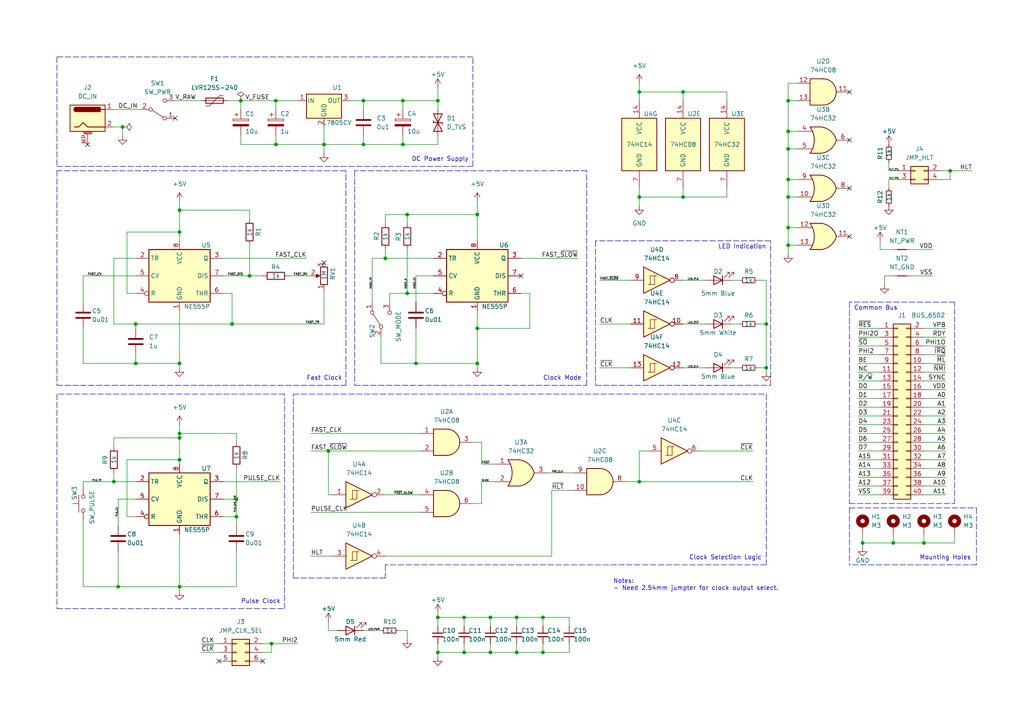
<source format=kicad_sch>
(kicad_sch (version 20211123) (generator eeschema)
  (paper "A4")
  (title_block (title "Retro Stack - Clock & Power") (date "2023-04-01") (rev "0") (company "Microcode.io"))
  (junction (at 72.39 80.01))
  (junction (at 116.84 29.21))
  (junction (at 105.41 41.91))
  (junction (at 52.07 127))
  (junction (at 228.6 57.15))
  (junction (at 35.56 36.83))
  (junction (at 134.62 179.07))
  (junction (at 111.76 74.93))
  (junction (at 80.01 41.91))
  (junction (at 52.07 67.31))
  (junction (at 39.37 105.41))
  (junction (at 142.24 189.23))
  (junction (at 120.65 105.41))
  (junction (at 185.42 139.7))
  (junction (at 228.6 29.21))
  (junction (at 95.25 130.81))
  (junction (at 138.43 95.25))
  (junction (at 222.25 106.68))
  (junction (at 52.07 133.35))
  (junction (at 149.86 179.07))
  (junction (at 127 29.21))
  (junction (at 80.01 29.21))
  (junction (at 34.29 170.18))
  (junction (at 52.07 105.41))
  (junction (at 228.6 43.18))
  (junction (at 127 189.23))
  (junction (at 142.24 179.07))
  (junction (at 134.62 189.23))
  (junction (at 228.6 52.07))
  (junction (at 118.11 62.23))
  (junction (at 157.48 189.23))
  (junction (at 116.84 41.91))
  (junction (at 52.07 125.73))
  (junction (at 39.37 93.98))
  (junction (at 138.43 62.23))
  (junction (at 67.31 93.98))
  (junction (at 185.42 57.15))
  (junction (at 138.43 105.41))
  (junction (at 68.58 149.86))
  (junction (at 68.58 144.78))
  (junction (at 105.41 29.21))
  (junction (at 222.25 93.98))
  (junction (at 259.08 157.48))
  (junction (at 228.6 38.1))
  (junction (at 118.11 85.09))
  (junction (at 52.07 60.96))
  (junction (at 228.6 66.04))
  (junction (at 275.59 49.53))
  (junction (at 198.12 26.67))
  (junction (at 149.86 189.23))
  (junction (at 127 179.07))
  (junction (at 198.12 57.15))
  (junction (at 157.48 179.07))
  (junction (at 52.07 170.18))
  (junction (at 33.02 139.7))
  (junction (at 78.74 186.69))
  (junction (at 93.98 41.91))
  (junction (at 185.42 26.67))
  (junction (at 267.97 157.48))
  (junction (at 228.6 71.12))
  (junction (at 69.85 29.21))
  (junction (at 250.19 157.48))
  (no_connect (at 93.98 76.2))
  (no_connect (at 63.5 191.77))
  (no_connect (at 246.38 40.64))
  (no_connect (at 246.38 54.61))
  (no_connect (at 25.4 41.91))
  (no_connect (at 151.13 80.01))
  (no_connect (at 246.38 68.58))
  (no_connect (at 76.2 191.77))
  (no_connect (at 246.38 26.67))
  (no_connect (at 50.8 34.29))
  (wire (pts (xy 36.83 85.09) (xy 36.83 67.31)))
  (wire (pts (xy 185.42 54.61) (xy 185.42 57.15)))
  (polyline (pts (xy 16.51 114.3) (xy 16.51 176.53)))
  (wire (pts (xy 127 186.69) (xy 127 189.23)))
  (wire (pts (xy 134.62 186.69) (xy 134.62 189.23)))
  (wire (pts (xy 78.74 189.23) (xy 78.74 186.69)))
  (wire (pts (xy 110.49 97.79) (xy 110.49 105.41)))
  (wire (pts (xy 93.98 44.45) (xy 93.98 41.91)))
  (wire (pts (xy 69.85 41.91) (xy 80.01 41.91)))
  (polyline (pts (xy 137.16 48.26) (xy 137.16 16.51)))
  (wire (pts (xy 95.25 130.81) (xy 121.92 130.81)))
  (wire (pts (xy 255.27 69.85) (xy 255.27 72.39)))
  (wire (pts (xy 151.13 85.09) (xy 153.67 85.09)))
  (wire (pts (xy 228.6 57.15) (xy 231.14 57.15)))
  (wire (pts (xy 165.1 189.23) (xy 157.48 189.23)))
  (wire (pts (xy 69.85 29.21) (xy 80.01 29.21)))
  (polyline (pts (xy 16.51 49.53) (xy 16.51 111.76)))
  (wire (pts (xy 157.48 179.07) (xy 157.48 181.61)))
  (wire (pts (xy 39.37 80.01) (xy 24.13 80.01)))
  (wire (pts (xy 64.77 80.01) (xy 72.39 80.01)))
  (wire (pts (xy 138.43 105.41) (xy 138.43 95.25)))
  (wire (pts (xy 39.37 144.78) (xy 34.29 144.78)))
  (wire (pts (xy 267.97 143.51) (xy 274.32 143.51)))
  (wire (pts (xy 198.12 26.67) (xy 185.42 26.67)))
  (wire (pts (xy 219.71 81.28) (xy 222.25 81.28)))
  (wire (pts (xy 228.6 43.18) (xy 228.6 52.07)))
  (polyline (pts (xy 172.72 69.85) (xy 172.72 111.76)))
  (wire (pts (xy 157.48 189.23) (xy 149.86 189.23)))
  (wire (pts (xy 228.6 66.04) (xy 231.14 66.04)))
  (polyline (pts (xy 222.25 163.83) (xy 111.76 163.83)))
  (wire (pts (xy 35.56 36.83) (xy 35.56 39.37)))
  (wire (pts (xy 105.41 41.91) (xy 105.41 39.37)))
  (wire (pts (xy 52.07 60.96) (xy 52.07 67.31)))
  (polyline (pts (xy 82.55 176.53) (xy 82.55 114.3)))
  (wire (pts (xy 111.76 161.29) (xy 160.02 161.29)))
  (wire (pts (xy 64.77 85.09) (xy 67.31 85.09)))
  (wire (pts (xy 267.97 140.97) (xy 274.32 140.97)))
  (wire (pts (xy 142.24 179.07) (xy 149.86 179.07)))
  (wire (pts (xy 160.02 161.29) (xy 160.02 142.24)))
  (wire (pts (xy 68.58 160.02) (xy 68.58 170.18)))
  (wire (pts (xy 222.25 81.28) (xy 222.25 93.98)))
  (polyline (pts (xy 170.18 49.53) (xy 102.87 49.53)))
  (wire (pts (xy 67.31 93.98) (xy 39.37 93.98)))
  (wire (pts (xy 80.01 29.21) (xy 80.01 31.75)))
  (polyline (pts (xy 170.18 111.76) (xy 170.18 49.53)))
  (wire (pts (xy 198.12 57.15) (xy 185.42 57.15)))
  (wire (pts (xy 228.6 71.12) (xy 231.14 71.12)))
  (wire (pts (xy 248.92 140.97) (xy 255.27 140.97)))
  (wire (pts (xy 248.92 128.27) (xy 255.27 128.27)))
  (wire (pts (xy 107.95 74.93) (xy 111.76 74.93)))
  (wire (pts (xy 39.37 93.98) (xy 39.37 95.25)))
  (wire (pts (xy 72.39 80.01) (xy 76.2 80.01)))
  (wire (pts (xy 33.02 127) (xy 52.07 127)))
  (wire (pts (xy 248.92 105.41) (xy 255.27 105.41)))
  (wire (pts (xy 39.37 102.87) (xy 39.37 105.41)))
  (wire (pts (xy 68.58 135.89) (xy 68.58 144.78)))
  (wire (pts (xy 248.92 115.57) (xy 255.27 115.57)))
  (wire (pts (xy 127 179.07) (xy 127 181.61)))
  (wire (pts (xy 125.73 74.93) (xy 111.76 74.93)))
  (wire (pts (xy 267.97 100.33) (xy 274.32 100.33)))
  (wire (pts (xy 267.97 128.27) (xy 274.32 128.27)))
  (wire (pts (xy 185.42 24.13) (xy 185.42 26.67)))
  (polyline (pts (xy 137.16 16.51) (xy 16.51 16.51)))
  (wire (pts (xy 267.97 157.48) (xy 259.08 157.48)))
  (wire (pts (xy 173.99 81.28) (xy 182.88 81.28)))
  (wire (pts (xy 52.07 58.42) (xy 52.07 60.96)))
  (wire (pts (xy 264.16 80.01) (xy 270.51 80.01)))
  (wire (pts (xy 90.17 161.29) (xy 96.52 161.29)))
  (wire (pts (xy 95.25 180.34) (xy 95.25 182.88)))
  (polyline (pts (xy 102.87 49.53) (xy 102.87 111.76)))
  (wire (pts (xy 24.13 139.7) (xy 33.02 139.7)))
  (wire (pts (xy 138.43 58.42) (xy 138.43 62.23)))
  (wire (pts (xy 142.24 186.69) (xy 142.24 189.23)))
  (polyline (pts (xy 102.87 111.76) (xy 170.18 111.76)))
  (wire (pts (xy 36.83 149.86) (xy 36.83 133.35)))
  (wire (pts (xy 267.97 120.65) (xy 274.32 120.65)))
  (wire (pts (xy 90.17 148.59) (xy 121.92 148.59)))
  (wire (pts (xy 273.05 52.07) (xy 275.59 52.07)))
  (wire (pts (xy 228.6 52.07) (xy 228.6 57.15)))
  (wire (pts (xy 267.97 138.43) (xy 274.32 138.43)))
  (wire (pts (xy 76.2 186.69) (xy 78.74 186.69)))
  (wire (pts (xy 137.16 146.05) (xy 139.7 146.05)))
  (polyline (pts (xy 246.38 147.32) (xy 283.21 147.32)))
  (wire (pts (xy 24.13 80.01) (xy 24.13 87.63)))
  (wire (pts (xy 39.37 93.98) (xy 33.02 93.98)))
  (wire (pts (xy 52.07 171.45) (xy 52.07 170.18)))
  (wire (pts (xy 118.11 64.77) (xy 118.11 62.23)))
  (wire (pts (xy 165.1 181.61) (xy 165.1 179.07)))
  (wire (pts (xy 267.97 102.87) (xy 274.32 102.87)))
  (wire (pts (xy 228.6 43.18) (xy 231.14 43.18)))
  (wire (pts (xy 228.6 38.1) (xy 231.14 38.1)))
  (wire (pts (xy 33.02 129.54) (xy 33.02 127)))
  (wire (pts (xy 116.84 29.21) (xy 116.84 31.75)))
  (polyline (pts (xy 283.21 163.83) (xy 246.38 163.83)))
  (wire (pts (xy 76.2 189.23) (xy 78.74 189.23)))
  (polyline (pts (xy 223.52 111.76) (xy 223.52 69.85)))
  (wire (pts (xy 173.99 93.98) (xy 182.88 93.98)))
  (wire (pts (xy 198.12 93.98) (xy 204.47 93.98)))
  (wire (pts (xy 33.02 137.16) (xy 33.02 139.7)))
  (wire (pts (xy 72.39 71.12) (xy 72.39 80.01)))
  (wire (pts (xy 101.6 29.21) (xy 105.41 29.21)))
  (wire (pts (xy 157.48 179.07) (xy 165.1 179.07)))
  (wire (pts (xy 158.75 137.16) (xy 166.37 137.16)))
  (wire (pts (xy 248.92 138.43) (xy 255.27 138.43)))
  (wire (pts (xy 68.58 170.18) (xy 52.07 170.18)))
  (wire (pts (xy 160.02 142.24) (xy 166.37 142.24)))
  (wire (pts (xy 185.42 26.67) (xy 185.42 29.21)))
  (polyline (pts (xy 246.38 146.05) (xy 276.86 146.05)))
  (wire (pts (xy 267.97 107.95) (xy 274.32 107.95)))
  (wire (pts (xy 173.99 106.68) (xy 182.88 106.68)))
  (wire (pts (xy 228.6 29.21) (xy 228.6 38.1)))
  (wire (pts (xy 24.13 95.25) (xy 24.13 105.41)))
  (wire (pts (xy 95.25 182.88) (xy 97.79 182.88)))
  (wire (pts (xy 118.11 72.39) (xy 118.11 85.09)))
  (wire (pts (xy 248.92 100.33) (xy 255.27 100.33)))
  (wire (pts (xy 105.41 29.21) (xy 105.41 31.75)))
  (wire (pts (xy 142.24 189.23) (xy 134.62 189.23)))
  (wire (pts (xy 267.97 130.81) (xy 274.32 130.81)))
  (polyline (pts (xy 223.52 69.85) (xy 172.72 69.85)))
  (wire (pts (xy 142.24 179.07) (xy 134.62 179.07)))
  (wire (pts (xy 185.42 57.15) (xy 185.42 59.69)))
  (wire (pts (xy 72.39 63.5) (xy 72.39 60.96)))
  (wire (pts (xy 33.02 36.83) (xy 35.56 36.83)))
  (wire (pts (xy 153.67 95.25) (xy 138.43 95.25)))
  (wire (pts (xy 248.92 107.95) (xy 255.27 107.95)))
  (wire (pts (xy 259.08 154.94) (xy 259.08 157.48)))
  (wire (pts (xy 203.2 130.81) (xy 218.44 130.81)))
  (wire (pts (xy 127 189.23) (xy 127 190.5)))
  (wire (pts (xy 210.82 57.15) (xy 198.12 57.15)))
  (wire (pts (xy 93.98 93.98) (xy 67.31 93.98)))
  (wire (pts (xy 93.98 36.83) (xy 93.98 41.91)))
  (wire (pts (xy 120.65 80.01) (xy 120.65 87.63)))
  (wire (pts (xy 248.92 102.87) (xy 255.27 102.87)))
  (wire (pts (xy 212.09 106.68) (xy 214.63 106.68)))
  (wire (pts (xy 222.25 106.68) (xy 222.25 107.95)))
  (wire (pts (xy 267.97 110.49) (xy 274.32 110.49)))
  (wire (pts (xy 90.17 125.73) (xy 121.92 125.73)))
  (wire (pts (xy 222.25 93.98) (xy 222.25 106.68)))
  (wire (pts (xy 39.37 85.09) (xy 36.83 85.09)))
  (wire (pts (xy 52.07 125.73) (xy 52.07 127)))
  (wire (pts (xy 267.97 154.94) (xy 267.97 157.48)))
  (wire (pts (xy 139.7 146.05) (xy 139.7 139.7)))
  (wire (pts (xy 111.76 62.23) (xy 118.11 62.23)))
  (wire (pts (xy 228.6 24.13) (xy 228.6 29.21)))
  (wire (pts (xy 95.25 143.51) (xy 95.25 130.81)))
  (wire (pts (xy 219.71 93.98) (xy 222.25 93.98)))
  (wire (pts (xy 67.31 85.09) (xy 67.31 93.98)))
  (wire (pts (xy 68.58 149.86) (xy 68.58 152.4)))
  (wire (pts (xy 139.7 134.62) (xy 139.7 128.27)))
  (wire (pts (xy 33.02 31.75) (xy 40.64 31.75)))
  (polyline (pts (xy 246.38 87.63) (xy 246.38 146.05)))
  (wire (pts (xy 116.84 39.37) (xy 116.84 41.91)))
  (wire (pts (xy 250.19 158.75) (xy 250.19 157.48)))
  (polyline (pts (xy 100.33 111.76) (xy 100.33 49.53)))
  (wire (pts (xy 267.97 133.35) (xy 274.32 133.35)))
  (wire (pts (xy 219.71 106.68) (xy 222.25 106.68)))
  (wire (pts (xy 24.13 170.18) (xy 34.29 170.18)))
  (polyline (pts (xy 172.72 111.76) (xy 223.52 111.76)))
  (wire (pts (xy 228.6 71.12) (xy 228.6 73.66)))
  (wire (pts (xy 275.59 52.07) (xy 275.59 49.53)))
  (wire (pts (xy 110.49 182.88) (xy 105.41 182.88)))
  (wire (pts (xy 267.97 105.41) (xy 274.32 105.41)))
  (wire (pts (xy 151.13 74.93) (xy 167.64 74.93)))
  (wire (pts (xy 248.92 143.51) (xy 255.27 143.51)))
  (polyline (pts (xy 82.55 114.3) (xy 16.51 114.3)))
  (polyline (pts (xy 16.51 111.76) (xy 100.33 111.76)))
  (polyline (pts (xy 222.25 114.3) (xy 222.25 163.83)))
  (wire (pts (xy 134.62 179.07) (xy 127 179.07)))
  (wire (pts (xy 120.65 105.41) (xy 138.43 105.41)))
  (wire (pts (xy 198.12 81.28) (xy 204.47 81.28)))
  (wire (pts (xy 143.51 134.62) (xy 139.7 134.62)))
  (wire (pts (xy 64.77 144.78) (xy 68.58 144.78)))
  (wire (pts (xy 115.57 182.88) (xy 118.11 182.88)))
  (polyline (pts (xy 100.33 49.53) (xy 16.51 49.53)))
  (wire (pts (xy 260.35 49.53) (xy 257.81 49.53)))
  (wire (pts (xy 210.82 26.67) (xy 198.12 26.67)))
  (wire (pts (xy 64.77 74.93) (xy 88.9 74.93)))
  (wire (pts (xy 259.08 72.39) (xy 255.27 72.39)))
  (wire (pts (xy 228.6 29.21) (xy 231.14 29.21)))
  (wire (pts (xy 267.97 123.19) (xy 274.32 123.19)))
  (wire (pts (xy 142.24 179.07) (xy 142.24 181.61)))
  (wire (pts (xy 228.6 57.15) (xy 228.6 66.04)))
  (wire (pts (xy 118.11 62.23) (xy 138.43 62.23)))
  (wire (pts (xy 248.92 97.79) (xy 255.27 97.79)))
  (wire (pts (xy 149.86 189.23) (xy 142.24 189.23)))
  (wire (pts (xy 257.81 52.07) (xy 257.81 54.61)))
  (wire (pts (xy 185.42 139.7) (xy 218.44 139.7)))
  (wire (pts (xy 212.09 81.28) (xy 214.63 81.28)))
  (wire (pts (xy 187.96 130.81) (xy 185.42 130.81)))
  (wire (pts (xy 198.12 106.68) (xy 204.47 106.68)))
  (wire (pts (xy 138.43 106.68) (xy 138.43 105.41)))
  (wire (pts (xy 138.43 62.23) (xy 138.43 69.85)))
  (wire (pts (xy 68.58 125.73) (xy 52.07 125.73)))
  (wire (pts (xy 127 31.75) (xy 127 29.21)))
  (wire (pts (xy 80.01 29.21) (xy 86.36 29.21)))
  (wire (pts (xy 34.29 170.18) (xy 52.07 170.18)))
  (polyline (pts (xy 283.21 147.32) (xy 283.21 163.83)))
  (wire (pts (xy 248.92 123.19) (xy 255.27 123.19)))
  (wire (pts (xy 267.97 125.73) (xy 274.32 125.73)))
  (wire (pts (xy 267.97 97.79) (xy 274.32 97.79)))
  (wire (pts (xy 68.58 128.27) (xy 68.58 125.73)))
  (wire (pts (xy 248.92 118.11) (xy 255.27 118.11)))
  (wire (pts (xy 24.13 151.13) (xy 24.13 170.18)))
  (wire (pts (xy 228.6 52.07) (xy 231.14 52.07)))
  (wire (pts (xy 127 177.8) (xy 127 179.07)))
  (polyline (pts (xy 85.09 114.3) (xy 222.25 114.3)))
  (polyline (pts (xy 16.51 176.53) (xy 82.55 176.53)))
  (wire (pts (xy 157.48 186.69) (xy 157.48 189.23)))
  (wire (pts (xy 83.82 80.01) (xy 90.17 80.01)))
  (wire (pts (xy 52.07 170.18) (xy 52.07 154.94)))
  (wire (pts (xy 273.05 49.53) (xy 275.59 49.53)))
  (wire (pts (xy 64.77 149.86) (xy 68.58 149.86)))
  (polyline (pts (xy 85.09 167.64) (xy 85.09 114.3)))
  (wire (pts (xy 64.77 139.7) (xy 81.28 139.7)))
  (wire (pts (xy 111.76 74.93) (xy 111.76 72.39)))
  (wire (pts (xy 111.76 143.51) (xy 121.92 143.51)))
  (polyline (pts (xy 111.76 163.83) (xy 111.76 167.64)))
  (wire (pts (xy 139.7 128.27) (xy 137.16 128.27)))
  (wire (pts (xy 134.62 189.23) (xy 127 189.23)))
  (wire (pts (xy 58.42 186.69) (xy 63.5 186.69)))
  (wire (pts (xy 198.12 26.67) (xy 198.12 29.21)))
  (wire (pts (xy 127 41.91) (xy 116.84 41.91)))
  (wire (pts (xy 105.41 29.21) (xy 116.84 29.21)))
  (wire (pts (xy 39.37 105.41) (xy 52.07 105.41)))
  (polyline (pts (xy 276.86 146.05) (xy 276.86 87.63)))
  (wire (pts (xy 228.6 66.04) (xy 228.6 71.12)))
  (wire (pts (xy 276.86 154.94) (xy 276.86 157.48)))
  (wire (pts (xy 149.86 186.69) (xy 149.86 189.23)))
  (wire (pts (xy 110.49 105.41) (xy 120.65 105.41)))
  (wire (pts (xy 267.97 135.89) (xy 274.32 135.89)))
  (wire (pts (xy 185.42 130.81) (xy 185.42 139.7)))
  (wire (pts (xy 139.7 139.7) (xy 143.51 139.7)))
  (wire (pts (xy 36.83 67.31) (xy 52.07 67.31)))
  (wire (pts (xy 34.29 144.78) (xy 34.29 152.4)))
  (wire (pts (xy 52.07 105.41) (xy 52.07 90.17)))
  (wire (pts (xy 80.01 41.91) (xy 93.98 41.91)))
  (wire (pts (xy 250.19 157.48) (xy 250.19 154.94)))
  (wire (pts (xy 118.11 85.09) (xy 113.03 85.09)))
  (wire (pts (xy 107.95 87.63) (xy 107.95 74.93)))
  (wire (pts (xy 248.92 120.65) (xy 255.27 120.65)))
  (wire (pts (xy 210.82 54.61) (xy 210.82 57.15)))
  (wire (pts (xy 125.73 80.01) (xy 120.65 80.01)))
  (polyline (pts (xy 16.51 16.51) (xy 16.51 48.26)))
  (wire (pts (xy 52.07 67.31) (xy 52.07 69.85)))
  (wire (pts (xy 134.62 179.07) (xy 134.62 181.61)))
  (wire (pts (xy 259.08 157.48) (xy 250.19 157.48)))
  (wire (pts (xy 248.92 135.89) (xy 255.27 135.89)))
  (wire (pts (xy 231.14 24.13) (xy 228.6 24.13)))
  (wire (pts (xy 181.61 139.7) (xy 185.42 139.7)))
  (wire (pts (xy 127 39.37) (xy 127 41.91)))
  (wire (pts (xy 116.84 29.21) (xy 127 29.21)))
  (wire (pts (xy 118.11 182.88) (xy 118.11 185.42)))
  (wire (pts (xy 69.85 29.21) (xy 69.85 31.75)))
  (wire (pts (xy 24.13 105.41) (xy 39.37 105.41)))
  (polyline (pts (xy 276.86 87.63) (xy 246.38 87.63)))
  (wire (pts (xy 58.42 189.23) (xy 63.5 189.23)))
  (wire (pts (xy 93.98 83.82) (xy 93.98 93.98)))
  (wire (pts (xy 267.97 118.11) (xy 274.32 118.11)))
  (wire (pts (xy 69.85 39.37) (xy 69.85 41.91)))
  (wire (pts (xy 80.01 39.37) (xy 80.01 41.91)))
  (wire (pts (xy 248.92 125.73) (xy 255.27 125.73)))
  (wire (pts (xy 267.97 115.57) (xy 274.32 115.57)))
  (wire (pts (xy 198.12 54.61) (xy 198.12 57.15)))
  (wire (pts (xy 264.16 72.39) (xy 270.51 72.39)))
  (wire (pts (xy 257.81 49.53) (xy 257.81 46.99)))
  (wire (pts (xy 52.07 127) (xy 52.07 133.35)))
  (wire (pts (xy 248.92 130.81) (xy 255.27 130.81)))
  (wire (pts (xy 33.02 93.98) (xy 33.02 74.93)))
  (wire (pts (xy 165.1 186.69) (xy 165.1 189.23)))
  (wire (pts (xy 34.29 160.02) (xy 34.29 170.18)))
  (wire (pts (xy 228.6 38.1) (xy 228.6 43.18)))
  (wire (pts (xy 210.82 29.21) (xy 210.82 26.67)))
  (wire (pts (xy 267.97 95.25) (xy 274.32 95.25)))
  (wire (pts (xy 68.58 144.78) (xy 68.58 149.86)))
  (wire (pts (xy 52.07 133.35) (xy 52.07 134.62)))
  (wire (pts (xy 72.39 60.96) (xy 52.07 60.96)))
  (wire (pts (xy 50.8 29.21) (xy 58.42 29.21)))
  (wire (pts (xy 248.92 95.25) (xy 255.27 95.25)))
  (wire (pts (xy 153.67 85.09) (xy 153.67 95.25)))
  (wire (pts (xy 259.08 80.01) (xy 256.54 80.01)))
  (wire (pts (xy 93.98 41.91) (xy 105.41 41.91)))
  (wire (pts (xy 149.86 181.61) (xy 149.86 179.07)))
  (wire (pts (xy 90.17 130.81) (xy 95.25 130.81)))
  (wire (pts (xy 275.59 49.53) (xy 281.94 49.53)))
  (wire (pts (xy 248.92 133.35) (xy 255.27 133.35)))
  (wire (pts (xy 127 25.4) (xy 127 29.21)))
  (polyline (pts (xy 111.76 167.64) (xy 85.09 167.64)))
  (wire (pts (xy 260.35 52.07) (xy 257.81 52.07)))
  (wire (pts (xy 248.92 110.49) (xy 255.27 110.49)))
  (wire (pts (xy 138.43 95.25) (xy 138.43 90.17)))
  (wire (pts (xy 149.86 179.07) (xy 157.48 179.07)))
  (polyline (pts (xy 16.51 48.26) (xy 137.16 48.26)))
  (wire (pts (xy 116.84 41.91) (xy 105.41 41.91)))
  (wire (pts (xy 256.54 80.01) (xy 256.54 82.55)))
  (wire (pts (xy 212.09 93.98) (xy 214.63 93.98)))
  (wire (pts (xy 120.65 95.25) (xy 120.65 105.41)))
  (wire (pts (xy 248.92 113.03) (xy 255.27 113.03)))
  (wire (pts (xy 267.97 113.03) (xy 274.32 113.03)))
  (polyline (pts (xy 246.38 147.32) (xy 246.38 163.83)))
  (wire (pts (xy 96.52 143.51) (xy 95.25 143.51)))
  (wire (pts (xy 66.04 29.21) (xy 69.85 29.21)))
  (wire (pts (xy 39.37 149.86) (xy 36.83 149.86)))
  (wire (pts (xy 118.11 85.09) (xy 125.73 85.09)))
  (wire (pts (xy 113.03 85.09) (xy 113.03 87.63)))
  (wire (pts (xy 33.02 74.93) (xy 39.37 74.93)))
  (wire (pts (xy 52.07 106.68) (xy 52.07 105.41)))
  (wire (pts (xy 36.83 133.35) (xy 52.07 133.35)))
  (wire (pts (xy 33.02 139.7) (xy 39.37 139.7)))
  (wire (pts (xy 78.74 186.69) (xy 86.36 186.69)))
  (wire (pts (xy 52.07 123.19) (xy 52.07 125.73)))
  (wire (pts (xy 24.13 140.97) (xy 24.13 139.7)))
  (wire (pts (xy 276.86 157.48) (xy 267.97 157.48)))
  (wire (pts (xy 111.76 64.77) (xy 111.76 62.23)))
  (text "Pulse Clock" (at 69.85 175.26 0) (effects (font (size 1.27 1.27)) (justify left bottom)))
  (text "Fast Clock" (at 88.9 110.49 0) (effects (font (size 1.27 1.27)) (justify left bottom)))
  (text "Common Bus" (at 247.65 90.17 0) (effects (font (size 1.27 1.27)) (justify left bottom)))
  (text "LED Indication" (at 208.28 72.39 0) (effects (font (size 1.27 1.27)) (justify left bottom)))
  (text "Notes:\n- Need 2.54mm jumpter for clock output select." (at 177.8 171.45 0) (effects (font (size 1.27 1.27)) (justify left bottom)))
  (text "DC Power Supply" (at 119.38 46.99 0) (effects (font (size 1.27 1.27)) (justify left bottom)))
  (text "Mounting Holes" (at 266.7 162.56 0) (effects (font (size 1.27 1.27)) (justify left bottom)))
  (text "Clock Mode" (at 157.48 110.49 0) (effects (font (size 1.27 1.27)) (justify left bottom)))
  (text "Clock Selection Logic" (at 220.98 162.56 180) (effects (font (size 1.27 1.27)) (justify right bottom)))
  (label "FAST_~{SLOW}" (at 90.17 130.81 0))
  (label "PHI1O" (at 274.32 100.33 180))
  (label "SLOW" (at 139.7 139.7 0) (effects (font (size 0.5 0.5))))
  (label "~{HLT}" (at 160.02 142.24 0))
  (label "~{SO}" (at 248.92 100.33 0))
  (label "V_RAW" (at 50.8 29.21 0))
  (label "PHI2" (at 86.36 186.69 180))
  (label "MODE_TR" (at 107.95 83.82 90) (effects (font (size 0.5 0.5))))
  (label "MODE_R" (at 118.11 83.82 90) (effects (font (size 0.5 0.5))))
  (label "FAST" (at 139.7 134.62 0) (effects (font (size 0.65 0.65))))
  (label "LED_CLK" (at 199.39 106.68 0) (effects (font (size 0.5 0.5))))
  (label "HLT_PD" (at 257.81 52.07 0) (effects (font (size 0.5 0.5))))
  (label "FAST_RV" (at 85.09 80.01 0) (effects (font (size 0.65 0.65))))
  (label "D6" (at 248.92 128.27 0))
  (label "LED_~{CLK}" (at 199.39 93.98 0) (effects (font (size 0.5 0.5))))
  (label "A12" (at 248.92 140.97 0))
  (label "A10" (at 274.32 140.97 180))
  (label "FAST_CV" (at 25.4 80.01 0) (effects (font (size 0.65 0.65))))
  (label "FAST_TR" (at 92.71 93.98 180) (effects (font (size 0.65 0.65))))
  (label "NC" (at 248.92 107.95 0))
  (label "A6" (at 274.32 130.81 180))
  (label "~{FAST}_SLOW" (at 114.3 143.51 0) (effects (font (size 0.65 0.65))))
  (label "V_FUSE" (at 71.12 29.21 0))
  (label "A13" (at 248.92 138.43 0))
  (label "D0" (at 248.92 113.03 0))
  (label "D4" (at 248.92 123.19 0))
  (label "~{NMI}" (at 274.32 107.95 180))
  (label "A5" (at 274.32 128.27 180))
  (label "FAST_~{SLOW}" (at 173.99 81.28 0) (effects (font (size 0.65 0.65))))
  (label "LED_PLS" (at 199.39 81.28 0) (effects (font (size 0.5 0.5))))
  (label "BE" (at 248.92 105.41 0))
  (label "A1" (at 274.32 118.11 180))
  (label "CLK" (at 218.44 139.7 180))
  (label "FAST_~{SLOW}" (at 167.64 74.93 180))
  (label "CLK" (at 58.42 186.69 0))
  (label "HLT" (at 90.17 161.29 0))
  (label "FAST_DIS" (at 66.04 80.01 0) (effects (font (size 0.65 0.65))))
  (label "A2" (at 274.32 120.65 180))
  (label "PULSE_CLK" (at 90.17 148.59 0))
  (label "~{IRQ}" (at 274.32 102.87 180))
  (label "PHI2" (at 248.92 102.87 0))
  (label "MODE_CV" (at 120.65 83.82 90) (effects (font (size 0.5 0.5))))
  (label "LED_PWR" (at 106.68 182.88 0) (effects (font (size 0.5 0.5))))
  (label "SYNC" (at 274.32 110.49 180))
  (label "PLS_DIS_THR" (at 68.58 148.59 90) (effects (font (size 0.5 0.5))))
  (label "D2" (at 248.92 118.11 0))
  (label "~{CLK}" (at 173.99 106.68 0))
  (label "~{ML}" (at 274.32 105.41 180))
  (label "FAST_CLK" (at 90.17 125.73 0))
  (label "~{CLK}" (at 58.42 189.23 0))
  (label "PLS_TR" (at 26.67 139.7 0) (effects (font (size 0.5 0.5))))
  (label "FAST_CLK" (at 88.9 74.93 180))
  (label "PHI2O" (at 248.92 97.79 0))
  (label "A7" (at 274.32 133.35 180))
  (label "A3" (at 274.32 123.19 180))
  (label "A8" (at 274.32 135.89 180))
  (label "PLS_CV" (at 34.29 149.86 90) (effects (font (size 0.5 0.5))))
  (label "CLK" (at 173.99 93.98 0))
  (label "VSS" (at 270.51 80.01 180))
  (label "VSS" (at 248.92 143.51 0))
  (label "A14" (at 248.92 135.89 0))
  (label "A15" (at 248.92 133.35 0))
  (label "R{slash}~{W}" (at 248.92 110.49 0))
  (label "D1" (at 248.92 115.57 0))
  (label "VDD" (at 274.32 113.03 180))
  (label "PULSE_CLK" (at 81.28 139.7 180))
  (label "VPB" (at 274.32 95.25 180))
  (label "A9" (at 274.32 138.43 180))
  (label "D7" (at 248.92 130.81 0))
  (label "D3" (at 248.92 120.65 0))
  (label "A0" (at 274.32 115.57 180))
  (label "~{CLK}" (at 218.44 130.81 180))
  (label "~{RES}" (at 248.92 95.25 0))
  (label "DC_IN" (at 34.29 31.75 0))
  (label "A11" (at 274.32 143.51 180))
  (label "D5" (at 248.92 125.73 0))
  (label "A4" (at 274.32 125.73 180))
  (label "HLT" (at 281.94 49.53 180))
  (label "HLT_PU" (at 257.81 49.53 0) (effects (font (size 0.5 0.5))))
  (label "RDY" (at 274.32 97.79 180))
  (label "VDD" (at 270.51 72.39 180))
  (label "PRE_CLK" (at 160.02 137.16 0) (effects (font (size 0.5 0.5))))
  (symbol (lib_id "Device:C_Small") (at 165.1 184.15 0) (unit 1)
    (property "Reference" "C15" (at 166.37 182.88 0) (effects (justify left)))
    (property "Value" "100n" (at 166.37 185.42 0) (effects (justify left)))
    (property "Footprint" "Capacitor_THT:C_Rect_L7.0mm_W2.5mm_P5.00mm" (effects hide))
    (property "Datasheet" "https://www.mouser.com/datasheet/2/427/kseries-1763315.pdf" (effects hide))
    (property "Mfr" "Vishay" (effects hide))
    (property "Mfr Part" "K104K15X7RF53H5 " (effects hide))
    (property "Supplier" "Mouser" (effects hide))
    (property "Supplier Part" "594-K104K15X7RF53H5 " (effects hide))
  )
  (symbol (lib_id "Mechanical:MountingHole_Pad") (at 259.08 152.4 0) (unit 1)
    (property "Reference" "H2" (at 261.62 149.8599 0) (effects (justify left)))
    (property "Value" "M3" (at 261.62 152.3999 0) (effects (justify left)))
    (property "Footprint" "MountingHole:MountingHole_3.2mm_M3_ISO7380_Pad" (effects hide))
  )
  (symbol (lib_id "Device:LED") (at 208.28 81.28 180) (unit 1)
    (property "Reference" "D2" (at 208.28 78.74 0))
    (property "Value" "5mm Blue" (at 208.28 85.09 0))
    (property "Footprint" "LED_THT:LED_D5.0mm" (effects hide))
    (property "Datasheet" "https://www.mouser.com/datasheet/2/244/LUMXS08394_1-2551417.pdf" (effects hide))
    (property "Mfr" "Lumex" (effects hide))
    (property "Mfr Part" "SSL-LX5093USBD " (effects hide))
    (property "Supplier" "Mouser" (effects hide))
    (property "Supplier Part" "696-SSL-LX5093USBD" (effects hide))
  )
  (symbol (lib_id "Device:C") (at 68.58 156.21 0) (unit 1)
    (property "Reference" "C9" (at 71.12 154.94 0) (effects (justify left)))
    (property "Value" "0u01" (at 71.12 157.48 0) (effects (justify left)))
    (property "Footprint" "Capacitor_THT:C_Rect_L7.0mm_W4.5mm_P5.00mm" (effects hide))
    (property "Datasheet" "https://product.tdk.com/system/files/dam/doc/product/capacitor/ceramic/lead-mlcc/catalog/leadmlcc_halogenfree_fg_en.pdf?ref_disty=mouser" (effects hide))
    (property "Mfr" "TDK" (effects hide))
    (property "Mfr Part" "FG28C0G1H103JNT06 " (effects hide))
    (property "Supplier" "Mouser" (effects hide))
    (property "Supplier Part" "810-FG28C0G1H103JNT6" (effects hide))
  )
  (symbol (lib_id "74xx:74HC14") (at 185.42 41.91 0) (unit 7)
    (property "Reference" "U4" (at 186.69 33.02 0) (effects (justify left)))
    (property "Value" "74HC14" (at 181.61 41.91 0) (effects (justify left)))
    (property "Footprint" "Package_DIP:DIP-14_W7.62mm_Socket_LongPads" (effects hide))
    (property "Datasheet" "http://www.ti.com/lit/gpn/sn74HC14" (effects hide))
    (property "Mfr" "Texas Instruments" (effects hide))
    (property "Mfr Part" "SN74HC14AN" (effects hide))
    (property "Supplier" "Mouser" (effects hide))
    (property "Supplier Part" "595-SN74HC14AN" (effects hide))
  )
  (symbol (lib_id "Device:R_Small") (at 217.17 93.98 90) (unit 1)
    (property "Reference" "R6" (at 217.17 91.44 90))
    (property "Value" "1k" (at 217.17 93.98 90))
    (property "Footprint" "Resistor_THT:R_Axial_DIN0207_L6.3mm_D2.5mm_P10.16mm_Horizontal" (effects hide))
    (property "Datasheet" "https://www.mouser.com/datasheet/2/447/YAGEO_MFR_datasheet_2021v1-3003041.pdf" (effects hide))
    (property "Mfr" "YAGEO" (effects hide))
    (property "Mfr Part" "MFR-25FBF52-1K " (effects hide))
    (property "Supplier" "Mouser" (effects hide))
    (property "Supplier Part" " 603-MFR-25FBF52-1K" (effects hide))
  )
  (symbol (lib_id "Device:C_Small") (at 149.86 184.15 0) (unit 1)
    (property "Reference" "C13" (at 151.13 182.88 0) (effects (justify left)))
    (property "Value" "100n" (at 151.13 185.42 0) (effects (justify left)))
    (property "Footprint" "Capacitor_THT:C_Rect_L7.0mm_W2.5mm_P5.00mm" (effects hide))
    (property "Datasheet" "https://www.mouser.com/datasheet/2/427/kseries-1763315.pdf" (effects hide))
    (property "Mfr" "Vishay" (effects hide))
    (property "Mfr Part" "K104K15X7RF53H5 " (effects hide))
    (property "Supplier" "Mouser" (effects hide))
    (property "Supplier Part" "594-K104K15X7RF53H5 " (effects hide))
  )
  (symbol (lib_id "Timer:NE555P") (at 138.43 80.01 0) (unit 1)
    (property "Reference" "U6" (at 144.78 71.12 0) (effects (justify left)))
    (property "Value" "NE555P" (at 139.7 88.9 0) (effects (justify left)))
    (property "Footprint" "Package_DIP:DIP-8_W7.62mm_LongPads" (effects hide))
    (property "Datasheet" "http://www.ti.com/lit/ds/symlink/ne555.pdf" (effects hide))
    (property "Mfr" "Texas Instruments" (effects hide))
    (property "Mfr Part" "NE555P " (effects hide))
    (property "Supplier" "Mouser" (effects hide))
    (property "Supplier Part" "595-NE555P " (effects hide))
  )
  (symbol (lib_id "Device:C_Small") (at 127 184.15 0) (unit 1)
    (property "Reference" "C10" (at 128.27 182.88 0) (effects (justify left)))
    (property "Value" "100n" (at 128.27 185.42 0) (effects (justify left)))
    (property "Footprint" "Capacitor_THT:C_Rect_L7.0mm_W2.5mm_P5.00mm" (effects hide))
    (property "Datasheet" "https://www.mouser.com/datasheet/2/427/kseries-1763315.pdf" (effects hide))
    (property "Mfr" "Vishay" (effects hide))
    (property "Mfr Part" "K104K15X7RF53H5 " (effects hide))
    (property "Supplier" "Mouser" (effects hide))
    (property "Supplier Part" "594-K104K15X7RF53H5 " (effects hide))
  )
  (symbol (lib_id "74xx:74LS32") (at 238.76 68.58 0) (unit 4)
    (property "Reference" "U3" (at 238.76 59.69 0))
    (property "Value" "74HC32" (at 238.76 62.23 0))
    (property "Footprint" "Package_DIP:DIP-14_W7.62mm_Socket_LongPads" (effects hide))
    (property "Datasheet" "http://www.ti.com/lit/gpn/sn74LS32" (effects hide))
    (property "Mfr" "Texas Instruments" (effects hide))
    (property "Mfr Part" "SN74HC32N" (effects hide))
    (property "Supplier" "Mouser" (effects hide))
    (property "Supplier Part" "595-SN74HC32N" (effects hide))
  )
  (symbol (lib_id "Device:NetTie_2") (at 261.62 72.39 0) (unit 1)
    (property "Reference" "NT1" (at 261.62 67.31 0))
    (property "Value" "NT_PWR" (at 261.62 69.85 0))
    (property "Footprint" "NetTie:NetTie-2_SMD_Pad2.0mm" (effects hide))
  )
  (symbol (lib_id "Connector:Barrel_Jack_MountingPin") (at 25.4 34.29 0) (unit 1)
    (property "Reference" "J2" (at 25.4 25.4 0))
    (property "Value" "DC_IN" (at 25.4 27.94 0))
    (property "Footprint" "Connector_BarrelJack:BarrelJack_CUI_PJ-063AH_Horizontal" (effects hide))
    (property "Datasheet" "https://www.mouser.com/datasheet/2/670/pj_063ah-1778660.pdf" (effects hide))
    (property "Mfr" "CUI Devices " (effects hide))
    (property "Mfr Part" "PJ-063AH " (effects hide))
    (property "Supplier" "Mouser" (effects hide))
    (property "Supplier Part" "490-PJ-063AH " (effects hide))
  )
  (symbol (lib_id "74xx:74LS08") (at 173.99 139.7 0) (unit 3)
    (property "Reference" "U2" (at 173.99 130.81 0))
    (property "Value" "74HC08" (at 173.99 133.35 0))
    (property "Footprint" "Package_DIP:DIP-14_W7.62mm_Socket_LongPads" (effects hide))
    (property "Datasheet" "http://www.ti.com/lit/gpn/sn74LS08" (effects hide))
    (property "Mfr" "Texas Instruments" (effects hide))
    (property "Mfr Part" "SN74HC08N" (effects hide))
    (property "Supplier" "Mouser" (effects hide))
    (property "Supplier Part" "595-SN74HC08N " (effects hide))
  )
  (symbol (lib_id "power:GND") (at 93.98 44.45 0) (unit 1)
    (property "Reference" "#PWR04" (effects hide))
    (property "Value" "GND" (effects hide))
  )
  (symbol (lib_id "74xx:74LS32") (at 210.82 41.91 0) (unit 5)
    (property "Reference" "U3" (at 212.09 33.02 0) (effects (justify left)))
    (property "Value" "74HC32" (at 207.01 41.91 0) (effects (justify left)))
    (property "Footprint" "Package_DIP:DIP-14_W7.62mm_Socket_LongPads" (effects hide))
    (property "Datasheet" "http://www.ti.com/lit/gpn/sn74LS32" (effects hide))
    (property "Mfr" "Texas Instruments" (effects hide))
    (property "Mfr Part" "SN74HC32N" (effects hide))
    (property "Supplier" "Mouser" (effects hide))
    (property "Supplier Part" "595-SN74HC32N" (effects hide))
  )
  (symbol (lib_id "Device:Polyfuse") (at 62.23 29.21 90) (unit 1)
    (property "Reference" "F1" (at 62.23 22.86 90))
    (property "Value" "LVR125S-240" (at 62.23 25.4 90))
    (property "Footprint" "RetroStack:LVR125S240" (effects hide))
    (property "Datasheet" "https://www.te.com/commerce/DocumentDelivery/DDEController?Action=showdoc&DocId=Catalog+Section%7FCLP00012%7FA%7Fpdf%7FEnglish%7FENG_CS_CLP00012_A_CLP00012.pdf%7FRF1251-000" (effects hide))
    (property "Mfr" "Littelfuse" (effects hide))
    (property "Mfr Part" "LVR125S-240 " (effects hide))
    (property "Supplier Part" "581-TAP105K050SCS " (effects hide))
    (property "Supplier" "Mouser" (effects hide))
  )
  (symbol (lib_id "Device:R_Small") (at 257.81 57.15 180) (unit 1)
    (property "Reference" "R12" (at 255.27 57.15 90))
    (property "Value" "1k" (at 257.81 57.15 90))
    (property "Footprint" "Resistor_THT:R_Axial_DIN0207_L6.3mm_D2.5mm_P10.16mm_Horizontal" (effects hide))
    (property "Datasheet" "https://www.mouser.com/datasheet/2/447/YAGEO_MFR_datasheet_2021v1-3003041.pdf" (effects hide))
    (property "Mfr" "YAGEO" (effects hide))
    (property "Mfr Part" "MFR-25FBF52-1K " (effects hide))
    (property "Supplier" "Mouser" (effects hide))
    (property "Supplier Part" " 603-MFR-25FBF52-1K" (effects hide))
  )
  (symbol (lib_id "Device:R") (at 111.76 68.58 0) (unit 1)
    (property "Reference" "R2" (at 109.22 69.85 90) (effects (justify left)))
    (property "Value" "1k" (at 111.76 69.85 90) (effects (justify left)))
    (property "Footprint" "Resistor_THT:R_Axial_DIN0207_L6.3mm_D2.5mm_P10.16mm_Horizontal" (effects hide))
    (property "Datasheet" "https://www.mouser.com/datasheet/2/447/YAGEO_MFR_datasheet_2021v1-3003041.pdf" (effects hide))
    (property "Mfr" "YAGEO" (effects hide))
    (property "Mfr Part" "MFR-25FBF52-1K " (effects hide))
    (property "Supplier" "Mouser" (effects hide))
    (property "Supplier Part" " 603-MFR-25FBF52-1K" (effects hide))
  )
  (symbol (lib_id "power:GND") (at 35.56 39.37 0) (unit 1)
    (property "Reference" "#PWR03" (effects hide))
    (property "Value" "GND" (effects hide))
  )
  (symbol (lib_id "power:+5V") (at 138.43 58.42 0) (unit 1)
    (property "Reference" "#PWR06" (effects hide))
    (property "Value" "+5V" (at 138.43 53.34 0))
  )
  (symbol (lib_id "Mechanical:MountingHole_Pad") (at 276.86 152.4 0) (unit 1)
    (property "Reference" "H4" (at 279.4 149.8599 0) (effects (justify left)))
    (property "Value" "M3" (at 279.4 152.3999 0) (effects (justify left)))
    (property "Footprint" "MountingHole:MountingHole_3.2mm_M3_ISO7380_Pad" (effects hide))
  )
  (symbol (lib_id "74xx:74HC14") (at 104.14 143.51 0) (unit 1)
    (property "Reference" "U4" (at 104.14 134.62 0))
    (property "Value" "74HC14" (at 104.14 137.16 0))
    (property "Footprint" "Package_DIP:DIP-14_W7.62mm_Socket_LongPads" (effects hide))
    (property "Datasheet" "http://www.ti.com/lit/gpn/sn74HC14" (effects hide))
    (property "Mfr" "Texas Instruments" (effects hide))
    (property "Mfr Part" "SN74HC14AN" (effects hide))
    (property "Supplier" "Mouser" (effects hide))
    (property "Supplier Part" "595-SN74HC14AN" (effects hide))
  )
  (symbol (lib_id "power:GND") (at 127 190.5 0) (unit 1)
    (property "Reference" "#PWR017" (effects hide))
    (property "Value" "GND" (effects hide))
  )
  (symbol (lib_id "Device:C_Small") (at 134.62 184.15 0) (unit 1)
    (property "Reference" "C11" (at 135.89 182.88 0) (effects (justify left)))
    (property "Value" "100n" (at 135.89 185.42 0) (effects (justify left)))
    (property "Footprint" "Capacitor_THT:C_Rect_L7.0mm_W2.5mm_P5.00mm" (effects hide))
    (property "Datasheet" "https://www.mouser.com/datasheet/2/427/kseries-1763315.pdf" (effects hide))
    (property "Mfr" "Vishay" (effects hide))
    (property "Mfr Part" "K104K15X7RF53H5 " (effects hide))
    (property "Supplier" "Mouser" (effects hide))
    (property "Supplier Part" "594-K104K15X7RF53H5 " (effects hide))
  )
  (symbol (lib_id "power:GND") (at 138.43 106.68 0) (unit 1)
    (property "Reference" "#PWR010" (effects hide))
    (property "Value" "GND" (effects hide))
  )
  (symbol (lib_id "74xx:74LS32") (at 151.13 137.16 0) (unit 1)
    (property "Reference" "U3" (at 151.13 128.27 0))
    (property "Value" "74HC32" (at 151.13 130.81 0))
    (property "Footprint" "Package_DIP:DIP-14_W7.62mm_Socket_LongPads" (effects hide))
    (property "Datasheet" "http://www.ti.com/lit/gpn/sn74LS32" (effects hide))
    (property "Mfr" "Texas Instruments" (effects hide))
    (property "Mfr Part" "SN74HC32N" (effects hide))
    (property "Supplier" "Mouser" (effects hide))
    (property "Supplier Part" "595-SN74HC32N" (effects hide))
  )
  (symbol (lib_id "Device:LED") (at 208.28 106.68 180) (unit 1)
    (property "Reference" "D4" (at 208.28 102.87 0))
    (property "Value" "5mm Blue" (at 208.28 109.22 0))
    (property "Footprint" "LED_THT:LED_D5.0mm" (effects hide))
    (property "Datasheet" "https://www.mouser.com/datasheet/2/244/LUMXS08394_1-2551417.pdf" (effects hide))
    (property "Mfr" "Lumex" (effects hide))
    (property "Mfr Part" "SSL-LX5093USBD " (effects hide))
    (property "Supplier" "Mouser" (effects hide))
    (property "Supplier Part" "696-SSL-LX5093USBD" (effects hide))
  )
  (symbol (lib_id "power:GND") (at 52.07 171.45 0) (unit 1)
    (property "Reference" "#PWR013" (effects hide))
    (property "Value" "GND" (effects hide))
  )
  (symbol (lib_id "Device:LED") (at 101.6 182.88 180) (unit 1)
    (property "Reference" "D5" (at 101.6 180.34 0))
    (property "Value" "5mm Red" (at 101.6 185.42 0))
    (property "Footprint" "LED_THT:LED_D5.0mm" (effects hide))
    (property "Datasheet" "https://www.mouser.com/datasheet/2/445/151051RS11000-3085296.pdf" (effects hide))
    (property "Mfr" "Wurth Elektronik " (effects hide))
    (property "Mfr Part" "151051RS11000" (effects hide))
    (property "Supplier" "Mouser" (effects hide))
    (property "Supplier Part" "710-151051RS11000 " (effects hide))
  )
  (symbol (lib_id "Device:R") (at 33.02 133.35 180) (unit 1)
    (property "Reference" "R9" (at 30.48 132.08 90) (effects (justify left)))
    (property "Value" "1k" (at 33.02 132.08 90) (effects (justify left)))
    (property "Footprint" "Resistor_THT:R_Axial_DIN0207_L6.3mm_D2.5mm_P10.16mm_Horizontal" (effects hide))
    (property "Datasheet" "https://www.mouser.com/datasheet/2/447/YAGEO_MFR_datasheet_2021v1-3003041.pdf" (effects hide))
    (property "Mfr" "YAGEO" (effects hide))
    (property "Mfr Part" "MFR-25FBF52-1K " (effects hide))
    (property "Supplier" "Mouser" (effects hide))
    (property "Supplier Part" " 603-MFR-25FBF52-1K" (effects hide))
  )
  (symbol (lib_id "74xx:74LS08") (at 238.76 26.67 0) (unit 4)
    (property "Reference" "U2" (at 238.76 17.78 0))
    (property "Value" "74HC08" (at 238.76 20.32 0))
    (property "Footprint" "Package_DIP:DIP-14_W7.62mm_Socket_LongPads" (effects hide))
    (property "Datasheet" "http://www.ti.com/lit/gpn/sn74LS08" (effects hide))
    (property "Mfr" "Texas Instruments" (effects hide))
    (property "Mfr Part" "SN74HC08N" (effects hide))
    (property "Supplier" "Mouser" (effects hide))
    (property "Supplier Part" "595-SN74HC08N " (effects hide))
  )
  (symbol (lib_id "Device:C_Small") (at 142.24 184.15 0) (unit 1)
    (property "Reference" "C12" (at 143.51 182.88 0) (effects (justify left)))
    (property "Value" "100n" (at 143.51 185.42 0) (effects (justify left)))
    (property "Footprint" "Capacitor_THT:C_Rect_L7.0mm_W2.5mm_P5.00mm" (effects hide))
    (property "Datasheet" "https://www.mouser.com/datasheet/2/427/kseries-1763315.pdf" (effects hide))
    (property "Mfr" "Vishay" (effects hide))
    (property "Mfr Part" "K104K15X7RF53H5 " (effects hide))
    (property "Supplier" "Mouser" (effects hide))
    (property "Supplier Part" "594-K104K15X7RF53H5 " (effects hide))
  )
  (symbol (lib_id "Timer:NE555P") (at 52.07 144.78 0) (unit 1)
    (property "Reference" "U7" (at 58.42 135.89 0) (effects (justify left)))
    (property "Value" "NE555P" (at 53.34 153.67 0) (effects (justify left)))
    (property "Footprint" "Package_DIP:DIP-8_W7.62mm_LongPads" (effects hide))
    (property "Datasheet" "http://www.ti.com/lit/ds/symlink/ne555.pdf" (effects hide))
    (property "Mfr" "Texas Instruments" (effects hide))
    (property "Mfr Part" "NE555P " (effects hide))
    (property "Supplier" "Mouser" (effects hide))
    (property "Supplier Part" "595-NE555P " (effects hide))
  )
  (symbol (lib_id "Device:R_Small") (at 113.03 182.88 90) (unit 1)
    (property "Reference" "R10" (at 113.03 180.34 90))
    (property "Value" "1k" (at 113.03 182.88 90))
    (property "Footprint" "Resistor_THT:R_Axial_DIN0207_L6.3mm_D2.5mm_P10.16mm_Horizontal" (effects hide))
    (property "Datasheet" "https://www.mouser.com/datasheet/2/447/YAGEO_MFR_datasheet_2021v1-3003041.pdf" (effects hide))
    (property "Mfr" "YAGEO" (effects hide))
    (property "Mfr Part" "MFR-25FBF52-1K " (effects hide))
    (property "Supplier" "Mouser" (effects hide))
    (property "Supplier Part" " 603-MFR-25FBF52-1K" (effects hide))
  )
  (symbol (lib_id "74xx:74HC14") (at 190.5 93.98 0) (unit 5)
    (property "Reference" "U4" (at 190.5 85.09 0))
    (property "Value" "74HC14" (at 190.5 87.63 0))
    (property "Footprint" "Package_DIP:DIP-14_W7.62mm_Socket_LongPads" (effects hide))
    (property "Datasheet" "http://www.ti.com/lit/gpn/sn74HC14" (effects hide))
    (property "Mfr" "Texas Instruments" (effects hide))
    (property "Mfr Part" "SN74HC14AN" (effects hide))
    (property "Supplier" "Mouser" (effects hide))
    (property "Supplier Part" "595-SN74HC14AN" (effects hide))
  )
  (symbol (lib_id "Device:C") (at 120.65 91.44 0) (unit 1)
    (property "Reference" "C6" (at 123.19 90.17 0) (effects (justify left)))
    (property "Value" "0u01" (at 123.19 92.71 0) (effects (justify left)))
    (property "Footprint" "Capacitor_THT:C_Rect_L7.0mm_W4.5mm_P5.00mm" (effects hide))
    (property "Datasheet" "https://product.tdk.com/system/files/dam/doc/product/capacitor/ceramic/lead-mlcc/catalog/leadmlcc_halogenfree_fg_en.pdf?ref_disty=mouser" (effects hide))
    (property "Mfr" "TDK" (effects hide))
    (property "Mfr Part" "FG28C0G1H103JNT06 " (effects hide))
    (property "Supplier" "Mouser" (effects hide))
    (property "Supplier Part" "810-FG28C0G1H103JNT6" (effects hide))
  )
  (symbol (lib_id "74xx:74LS32") (at 238.76 40.64 0) (unit 2)
    (property "Reference" "U3" (at 238.76 31.75 0))
    (property "Value" "74HC32" (at 238.76 34.29 0))
    (property "Footprint" "Package_DIP:DIP-14_W7.62mm_Socket_LongPads" (effects hide))
    (property "Datasheet" "http://www.ti.com/lit/gpn/sn74LS32" (effects hide))
    (property "Mfr" "Texas Instruments" (effects hide))
    (property "Mfr Part" "SN74HC32N" (effects hide))
    (property "Supplier" "Mouser" (effects hide))
    (property "Supplier Part" "595-SN74HC32N" (effects hide))
  )
  (symbol (lib_id "74xx:74LS32") (at 238.76 54.61 0) (unit 3)
    (property "Reference" "U3" (at 238.76 45.72 0))
    (property "Value" "74HC32" (at 238.76 48.26 0))
    (property "Footprint" "Package_DIP:DIP-14_W7.62mm_Socket_LongPads" (effects hide))
    (property "Datasheet" "http://www.ti.com/lit/gpn/sn74LS32" (effects hide))
    (property "Mfr" "Texas Instruments" (effects hide))
    (property "Mfr Part" "SN74HC32N" (effects hide))
    (property "Supplier" "Mouser" (effects hide))
    (property "Supplier Part" "595-SN74HC32N" (effects hide))
  )
  (symbol (lib_id "74xx:74LS08") (at 129.54 146.05 0) (unit 2)
    (property "Reference" "U2" (at 129.54 137.16 0))
    (property "Value" "74HC08" (at 129.54 139.7 0))
    (property "Footprint" "Package_DIP:DIP-14_W7.62mm_Socket_LongPads" (effects hide))
    (property "Datasheet" "http://www.ti.com/lit/gpn/sn74LS08" (effects hide))
    (property "Mfr" "Texas Instruments" (effects hide))
    (property "Mfr Part" "SN74HC08N" (effects hide))
    (property "Supplier" "Mouser" (effects hide))
    (property "Supplier Part" "595-SN74HC08N " (effects hide))
  )
  (symbol (lib_id "Device:C_Small") (at 157.48 184.15 0) (unit 1)
    (property "Reference" "C14" (at 158.75 182.88 0) (effects (justify left)))
    (property "Value" "100n" (at 158.75 185.42 0) (effects (justify left)))
    (property "Footprint" "Capacitor_THT:C_Rect_L7.0mm_W2.5mm_P5.00mm" (effects hide))
    (property "Datasheet" "https://www.mouser.com/datasheet/2/427/kseries-1763315.pdf" (effects hide))
    (property "Mfr" "Vishay" (effects hide))
    (property "Mfr Part" "K104K15X7RF53H5 " (effects hide))
    (property "Supplier" "Mouser" (effects hide))
    (property "Supplier Part" "594-K104K15X7RF53H5 " (effects hide))
  )
  (symbol (lib_id "power:GND") (at 118.11 185.42 0) (unit 1)
    (property "Reference" "#PWR016" (effects hide))
    (property "Value" "GND" (effects hide))
  )
  (symbol (lib_id "Mechanical:MountingHole_Pad") (at 250.19 152.4 0) (unit 1)
    (property "Reference" "H1" (at 252.73 149.8599 0) (effects (justify left)))
    (property "Value" "M3" (at 252.73 152.3999 0) (effects (justify left)))
    (property "Footprint" "MountingHole:MountingHole_3.2mm_M3_ISO7380_Pad" (effects hide))
  )
  (symbol (lib_id "power:+5V") (at 52.07 123.19 0) (unit 1)
    (property "Reference" "#PWR012" (effects hide))
    (property "Value" "+5V" (at 52.07 118.11 0))
  )
  (symbol (lib_id "power:+5V") (at 257.81 41.91 0) (unit 1)
    (property "Reference" "#PWR020" (effects hide))
    (property "Value" "+5V" (at 257.81 38.1 0))
  )
  (symbol (lib_id "Device:D_TVS") (at 127 35.56 90) (unit 1)
    (property "Reference" "D1" (at 129.54 34.2899 90) (effects (justify right)))
    (property "Value" "D_TVS" (at 129.54 36.8299 90) (effects (justify right)))
    (property "Footprint" "Diode_THT:D_DO-201_P5.08mm_Vertical_AnodeUp" (effects hide))
    (property "Datasheet" "https://www.mouser.com/datasheet/2/240/Littelfuse_TVS_Diode_1_5KE_Datasheet_pdf-1761343.pdf" (effects hide))
    (property "Mfr" "Littelfuse" (effects hide))
    (property "Mfr Part" "1.5KE6.8CA" (effects hide))
    (property "Supplier Part" "576-1.5KE6.8CA " (effects hide))
    (property "Supplier" "Mouser" (effects hide))
  )
  (symbol (lib_id "Device:C_Polarized") (at 69.85 35.56 0) (unit 1)
    (property "Reference" "C1" (at 71.12 33.02 0) (effects (justify left)))
    (property "Value" "10u" (at 71.12 38.1 0) (effects (justify left)))
    (property "Footprint" "Capacitor_THT:CP_Radial_D5.0mm_P2.00mm" (effects hide))
    (property "Datasheet" "https://www.mouser.com/datasheet/2/977/e_YXM-1601187.pdf" (effects hide))
    (property "Mfr" "Rubycon" (effects hide))
    (property "Mfr Part" "50YXM10MEFR5X11" (effects hide))
    (property "Supplier" "Mouser" (effects hide))
    (property "Supplier Part" "232-50YXM10MEFR5X11" (effects hide))
  )
  (symbol (lib_id "Device:NetTie_2") (at 261.62 80.01 0) (unit 1)
    (property "Reference" "NT2" (at 261.62 74.93 0))
    (property "Value" "NT_GND" (at 261.62 77.47 0))
    (property "Footprint" "NetTie:NetTie-2_SMD_Pad2.0mm" (effects hide))
  )
  (symbol (lib_id "power:PWR_FLAG") (at 35.56 36.83 270) (unit 1)
    (property "Reference" "#FLG02" (effects hide))
    (property "Value" "PWR_FLAG" (effects hide))
  )
  (symbol (lib_id "74xx:74HC14") (at 195.58 130.81 0) (unit 3)
    (property "Reference" "U4" (at 195.58 121.92 0))
    (property "Value" "74HC14" (at 195.58 124.46 0))
    (property "Footprint" "Package_DIP:DIP-14_W7.62mm_Socket_LongPads" (effects hide))
    (property "Datasheet" "http://www.ti.com/lit/gpn/sn74HC14" (effects hide))
    (property "Mfr" "Texas Instruments" (effects hide))
    (property "Mfr Part" "SN74HC14AN" (effects hide))
    (property "Supplier" "Mouser" (effects hide))
    (property "Supplier Part" "595-SN74HC14AN" (effects hide))
  )
  (symbol (lib_id "Switch:SW_SPDT") (at 110.49 92.71 90) (unit 1)
    (property "Reference" "SW2" (at 107.95 93.98 0) (effects (justify right)))
    (property "Value" "SW_MODE" (at 115.57 90.17 0) (effects (justify right)))
    (property "Footprint" "RetroStack:LC1258EENP1RLGR" (effects hide))
    (property "Datasheet" "https://www.mouser.com/datasheet/2/140/ESCH_S_A0005347935_1-2547870.pdf" (effects hide))
    (property "Mfr" "E-Switch" (effects hide))
    (property "Mfr Part" "LC1258EENP1RLGR " (effects hide))
    (property "Supplier" "Mouser" (effects hide))
    (property "Supplier Part" "612-LC1258EENP1RLGR" (effects hide))
  )
  (symbol (lib_id "74xx:74LS08") (at 198.12 41.91 0) (unit 5)
    (property "Reference" "U2" (at 199.39 33.02 0) (effects (justify left)))
    (property "Value" "74HC08" (at 194.31 41.91 0) (effects (justify left)))
    (property "Footprint" "Package_DIP:DIP-14_W7.62mm_Socket_LongPads" (effects hide))
    (property "Datasheet" "http://www.ti.com/lit/gpn/sn74LS08" (effects hide))
    (property "Mfr" "Texas Instruments" (effects hide))
    (property "Mfr Part" "SN74HC08N" (effects hide))
    (property "Supplier" "Mouser" (effects hide))
    (property "Supplier Part" "595-SN74HC08N " (effects hide))
  )
  (symbol (lib_id "Switch:SW_Push") (at 24.13 146.05 90) (unit 1)
    (property "Reference" "SW3" (at 21.59 140.97 0) (effects (justify right)))
    (property "Value" "SW_PULSE" (at 26.67 142.24 0) (effects (justify right)))
    (property "Footprint" "Button_Switch_THT:SW_Tactile_SPST_Angled_PTS645Vx58-2LFS" (effects hide))
    (property "Datasheet" "https://www.mouser.com/datasheet/2/670/ts11-2944009.pdf" (effects hide))
    (property "Mfr" "CUI Devices " (effects hide))
    (property "Mfr Part" "TS11-674-73-BK-100-RA-D " (effects hide))
    (property "Supplier" "Mouser" (effects hide))
    (property "Supplier Part" "179-TS1167473100RAD " (effects hide))
  )
  (symbol (lib_id "Device:R") (at 80.01 80.01 90) (unit 1)
    (property "Reference" "R4" (at 81.28 77.47 90) (effects (justify left)))
    (property "Value" "1k" (at 81.28 80.01 90) (effects (justify left)))
    (property "Footprint" "Resistor_THT:R_Axial_DIN0207_L6.3mm_D2.5mm_P10.16mm_Horizontal" (effects hide))
    (property "Datasheet" "https://www.mouser.com/datasheet/2/447/YAGEO_MFR_datasheet_2021v1-3003041.pdf" (effects hide))
    (property "Mfr" "YAGEO" (effects hide))
    (property "Mfr Part" "MFR-25FBF52-1K " (effects hide))
    (property "Supplier" "Mouser" (effects hide))
    (property "Supplier Part" " 603-MFR-25FBF52-1K" (effects hide))
  )
  (symbol (lib_id "power:PWR_FLAG") (at 69.85 29.21 0) (unit 1)
    (property "Reference" "#FLG01" (effects hide))
    (property "Value" "PWR_FLAG" (effects hide))
  )
  (symbol (lib_id "Device:R") (at 118.11 68.58 180) (unit 1)
    (property "Reference" "R3" (at 115.57 67.31 90) (effects (justify left)))
    (property "Value" "1k" (at 118.11 67.31 90) (effects (justify left)))
    (property "Footprint" "Resistor_THT:R_Axial_DIN0207_L6.3mm_D2.5mm_P10.16mm_Horizontal" (effects hide))
    (property "Datasheet" "https://www.mouser.com/datasheet/2/447/YAGEO_MFR_datasheet_2021v1-3003041.pdf" (effects hide))
    (property "Mfr" "YAGEO" (effects hide))
    (property "Mfr Part" "MFR-25FBF52-1K " (effects hide))
    (property "Supplier" "Mouser" (effects hide))
    (property "Supplier Part" " 603-MFR-25FBF52-1K" (effects hide))
  )
  (symbol (lib_id "Mechanical:MountingHole_Pad") (at 267.97 152.4 0) (unit 1)
    (property "Reference" "H3" (at 270.51 149.8599 0) (effects (justify left)))
    (property "Value" "M3" (at 270.51 152.3999 0) (effects (justify left)))
    (property "Footprint" "MountingHole:MountingHole_3.2mm_M3_ISO7380_Pad" (effects hide))
  )
  (symbol (lib_id "Switch:SW_SPDT") (at 45.72 31.75 0) (mirror x) (unit 1)
    (property "Reference" "SW1" (at 45.72 24.13 0))
    (property "Value" "SW_PWR" (at 45.72 26.67 0))
    (property "Footprint" "RetroStack:EG1213" (effects hide))
    (property "Datasheet" "https://www.mouser.com/datasheet/2/140/ESCH_S_A0005350660_1-2548076.pdf" (effects hide))
    (property "Mfr" "E-Switch " (effects hide))
    (property "Mfr Part" "EG1213 " (effects hide))
    (property "Supplier" "Mouser" (effects hide))
    (property "Supplier Part" "612-EG1213" (effects hide))
  )
  (symbol (lib_id "Timer:NE555P") (at 52.07 80.01 0) (unit 1)
    (property "Reference" "U5" (at 58.42 71.12 0) (effects (justify left)))
    (property "Value" "NE555P" (at 53.34 88.9 0) (effects (justify left)))
    (property "Footprint" "Package_DIP:DIP-8_W7.62mm_LongPads" (effects hide))
    (property "Datasheet" "http://www.ti.com/lit/ds/symlink/ne555.pdf" (effects hide))
    (property "Mfr" "Texas Instruments" (effects hide))
    (property "Mfr Part" "NE555P " (effects hide))
    (property "Supplier" "Mouser" (effects hide))
    (property "Supplier Part" "595-NE555P " (effects hide))
  )
  (symbol (lib_id "power:+5V") (at 95.25 180.34 0) (unit 1)
    (property "Reference" "#PWR015" (effects hide))
    (property "Value" "+5V" (at 95.25 176.53 0))
  )
  (symbol (lib_id "74xx:74HC14") (at 190.5 106.68 0) (unit 6)
    (property "Reference" "U4" (at 190.5 97.79 0))
    (property "Value" "74HC14" (at 190.5 100.33 0))
    (property "Footprint" "Package_DIP:DIP-14_W7.62mm_Socket_LongPads" (effects hide))
    (property "Datasheet" "http://www.ti.com/lit/gpn/sn74HC14" (effects hide))
    (property "Mfr" "Texas Instruments" (effects hide))
    (property "Mfr Part" "SN74HC14AN" (effects hide))
    (property "Supplier" "Mouser" (effects hide))
    (property "Supplier Part" "595-SN74HC14AN" (effects hide))
  )
  (symbol (lib_id "power:GND") (at 185.42 59.69 0) (unit 1)
    (property "Reference" "#PWR07" (effects hide))
    (property "Value" "GND" (at 185.42 64.77 0))
  )
  (symbol (lib_id "Connector_Generic:Conn_02x03_Odd_Even") (at 68.58 189.23 0) (unit 1)
    (property "Reference" "J3" (at 69.85 180.34 0))
    (property "Value" "JMP_CLK_SEL" (at 69.85 182.88 0))
    (property "Footprint" "Connector_PinHeader_2.54mm:PinHeader_2x03_P2.54mm_Vertical" (effects hide))
    (property "Datasheet" "https://cdn.amphenol-cs.com/media/wysiwyg/files/documentation/datasheet/boardwiretoboard/bwb_econostik_254headers.pdf" (effects hide))
    (property "Mfr" "Amphenol" (effects hide))
    (property "Mfr Part" "10129381-906002BLF" (effects hide))
    (property "Supplier" "Mouser" (effects hide))
    (property "Supplier Part" "649-1012938190602BLF" (effects hide))
  )
  (symbol (lib_id "power:GND") (at 257.81 59.69 0) (unit 1)
    (property "Reference" "#PWR021" (effects hide))
    (property "Value" "GND" (effects hide))
  )
  (symbol (lib_id "74xx:74LS08") (at 129.54 128.27 0) (unit 1)
    (property "Reference" "U2" (at 129.54 119.38 0))
    (property "Value" "74HC08" (at 129.54 121.92 0))
    (property "Footprint" "Package_DIP:DIP-14_W7.62mm_Socket_LongPads" (effects hide))
    (property "Datasheet" "http://www.ti.com/lit/gpn/sn74LS08" (effects hide))
    (property "Mfr" "Texas Instruments" (effects hide))
    (property "Mfr Part" "SN74HC08N" (effects hide))
    (property "Supplier" "Mouser" (effects hide))
    (property "Supplier Part" "595-SN74HC08N " (effects hide))
  )
  (symbol (lib_id "power:GND") (at 52.07 106.68 0) (unit 1)
    (property "Reference" "#PWR09" (effects hide))
    (property "Value" "GND" (effects hide))
  )
  (symbol (lib_id "74xx:74HC14") (at 190.5 81.28 0) (unit 4)
    (property "Reference" "U4" (at 190.5 72.39 0))
    (property "Value" "74HC14" (at 190.5 74.93 0))
    (property "Footprint" "Package_DIP:DIP-14_W7.62mm_Socket_LongPads" (effects hide))
    (property "Datasheet" "http://www.ti.com/lit/gpn/sn74HC14" (effects hide))
    (property "Mfr" "Texas Instruments" (effects hide))
    (property "Mfr Part" "SN74HC14AN" (effects hide))
    (property "Supplier" "Mouser" (effects hide))
    (property "Supplier Part" "595-SN74HC14AN" (effects hide))
  )
  (symbol (lib_id "power:GND") (at 256.54 82.55 0) (unit 1)
    (property "Reference" "#PWR019" (effects hide))
    (property "Value" "GND" (effects hide))
  )
  (symbol (lib_id "Device:C") (at 34.29 156.21 0) (unit 1)
    (property "Reference" "C8" (at 36.83 154.94 0) (effects (justify left)))
    (property "Value" "0u01" (at 36.83 157.48 0) (effects (justify left)))
    (property "Footprint" "Capacitor_THT:C_Rect_L7.0mm_W4.5mm_P5.00mm" (effects hide))
    (property "Datasheet" "https://product.tdk.com/system/files/dam/doc/product/capacitor/ceramic/lead-mlcc/catalog/leadmlcc_halogenfree_fg_en.pdf?ref_disty=mouser" (effects hide))
    (property "Mfr" "TDK" (effects hide))
    (property "Mfr Part" "FG28C0G1H103JNT06 " (effects hide))
    (property "Supplier" "Mouser" (effects hide))
    (property "Supplier Part" "810-FG28C0G1H103JNT6" (effects hide))
  )
  (symbol (lib_id "power:GND") (at 250.19 158.75 0) (unit 1)
    (property "Reference" "#PWR0101" (effects hide))
    (property "Value" "GND" (at 250.19 162.56 0))
  )
  (symbol (lib_id "Device:R") (at 68.58 132.08 0) (unit 1)
    (property "Reference" "R8" (at 71.12 133.35 90) (effects (justify left)))
    (property "Value" "1k" (at 68.58 133.35 90) (effects (justify left)))
    (property "Footprint" "Resistor_THT:R_Axial_DIN0207_L6.3mm_D2.5mm_P10.16mm_Horizontal" (effects hide))
    (property "Datasheet" "https://www.mouser.com/datasheet/2/447/YAGEO_MFR_datasheet_2021v1-3003041.pdf" (effects hide))
    (property "Mfr" "YAGEO" (effects hide))
    (property "Mfr Part" "MFR-25FBF52-1K " (effects hide))
    (property "Supplier" "Mouser" (effects hide))
    (property "Supplier Part" " 603-MFR-25FBF52-1K" (effects hide))
  )
  (symbol (lib_id "power:+5V") (at 185.42 24.13 0) (unit 1)
    (property "Reference" "#PWR01" (effects hide))
    (property "Value" "+5V" (at 185.42 19.05 0))
  )
  (symbol (lib_id "Device:C_Polarized") (at 80.01 35.56 0) (unit 1)
    (property "Reference" "C2" (at 81.28 33.02 0) (effects (justify left)))
    (property "Value" "1u" (at 81.28 38.1 0) (effects (justify left)))
    (property "Footprint" "Capacitor_THT:CP_Radial_D5.0mm_P2.50mm" (effects hide))
    (property "Datasheet" "https://www.mouser.com/datasheet/2/40/tap-776819.pdf" (effects hide))
    (property "Mfr" "KYOCERA AVX " (effects hide))
    (property "Mfr Part" "TAP105K050SCS " (effects hide))
    (property "Supplier Part" "650-LVR125S-240 " (effects hide))
    (property "Supplier" "Mouser" (effects hide))
  )
  (symbol (lib_id "Device:C") (at 39.37 99.06 0) (unit 1)
    (property "Reference" "C7" (at 43.18 97.7899 0) (effects (justify left)))
    (property "Value" "1u" (at 43.18 100.3299 0) (effects (justify left)))
    (property "Footprint" "Capacitor_THT:C_Rect_L4.6mm_W3.8mm_P2.50mm_MKS02_FKP02" (effects hide))
    (property "Datasheet" "https://product.tdk.com/system/files/dam/doc/product/capacitor/ceramic/lead-mlcc/catalog/leadmlcc_halogenfree_fg_en.pdf?ref_disty=mouser" (effects hide))
    (property "Mfr" "TDK" (effects hide))
    (property "Mfr Part" "FG18X7R1E105KRT06 " (effects hide))
    (property "Supplier" "Mouser" (effects hide))
    (property "Supplier Part" "810-FG18X7R1E105KRT6 " (effects hide))
  )
  (symbol (lib_id "Device:R_Potentiometer") (at 93.98 80.01 180) (unit 1)
    (property "Reference" "RV1" (at 96.52 81.28 90) (effects (justify right)))
    (property "Value" "1M" (at 93.98 81.28 90) (effects (justify right)))
    (property "Footprint" "Potentiometer_THT:Potentiometer_Bourns_PTV09A-2_Single_Horizontal" (effects hide))
    (property "Datasheet" "https://www.mouser.com/datasheet/2/54/ptv09-777818.pdf" (effects hide))
    (property "Mfr" "Bourns" (effects hide))
    (property "Mfr Part" "PTV09A-2025F-B105 " (effects hide))
    (property "Supplier" "Mouser" (effects hide))
    (property "Supplier Part" "652-PTV09A2025FB105 " (effects hide))
  )
  (symbol (lib_id "74xx:74HC14") (at 104.14 161.29 0) (unit 2)
    (property "Reference" "U4" (at 104.14 152.4 0))
    (property "Value" "74HC14" (at 104.14 154.94 0))
    (property "Footprint" "Package_DIP:DIP-14_W7.62mm_Socket_LongPads" (effects hide))
    (property "Datasheet" "http://www.ti.com/lit/gpn/sn74HC14" (effects hide))
    (property "Mfr" "Texas Instruments" (effects hide))
    (property "Mfr Part" "SN74HC14AN" (effects hide))
    (property "Supplier" "Mouser" (effects hide))
    (property "Supplier Part" "595-SN74HC14AN" (effects hide))
  )
  (symbol (lib_id "Device:C") (at 24.13 91.44 0) (unit 1)
    (property "Reference" "C5" (at 26.67 90.17 0) (effects (justify left)))
    (property "Value" "0u01" (at 26.67 92.71 0) (effects (justify left)))
    (property "Footprint" "Capacitor_THT:C_Rect_L7.0mm_W4.5mm_P5.00mm" (effects hide))
    (property "Datasheet" "https://product.tdk.com/system/files/dam/doc/product/capacitor/ceramic/lead-mlcc/catalog/leadmlcc_halogenfree_fg_en.pdf?ref_disty=mouser" (effects hide))
    (property "Mfr" "TDK" (effects hide))
    (property "Mfr Part" "FG28C0G1H103JNT06 " (effects hide))
    (property "Supplier" "Mouser" (effects hide))
    (property "Supplier Part" "810-FG28C0G1H103JNT6" (effects hide))
  )
  (symbol (lib_id "Device:C_Polarized") (at 116.84 35.56 0) (unit 1)
    (property "Reference" "C4" (at 118.11 33.02 0) (effects (justify left)))
    (property "Value" "10u" (at 118.11 38.1 0) (effects (justify left)))
    (property "Footprint" "Capacitor_THT:CP_Radial_D5.0mm_P2.00mm" (effects hide))
    (property "Datasheet" "https://www.mouser.com/datasheet/2/977/e_YXM-1601187.pdf" (effects hide))
    (property "Mfr" "Rubycon" (effects hide))
    (property "Mfr Part" "50YXM10MEFR5X11" (effects hide))
    (property "Supplier" "Mouser" (effects hide))
    (property "Supplier Part" "232-50YXM10MEFR5X11" (effects hide))
  )
  (symbol (lib_id "power:GND") (at 222.25 107.95 0) (unit 1)
    (property "Reference" "#PWR011" (effects hide))
    (property "Value" "GND" (effects hide))
  )
  (symbol (lib_id "Device:R_Small") (at 217.17 106.68 90) (unit 1)
    (property "Reference" "R7" (at 217.17 104.14 90))
    (property "Value" "1k" (at 217.17 106.68 90))
    (property "Footprint" "Resistor_THT:R_Axial_DIN0207_L6.3mm_D2.5mm_P10.16mm_Horizontal" (effects hide))
    (property "Datasheet" "https://www.mouser.com/datasheet/2/447/YAGEO_MFR_datasheet_2021v1-3003041.pdf" (effects hide))
    (property "Mfr" "YAGEO" (effects hide))
    (property "Mfr Part" "MFR-25FBF52-1K " (effects hide))
    (property "Supplier" "Mouser" (effects hide))
    (property "Supplier Part" " 603-MFR-25FBF52-1K" (effects hide))
  )
  (symbol (lib_id "Device:C") (at 105.41 35.56 0) (unit 1)
    (property "Reference" "C3" (at 109.22 34.2899 0) (effects (justify left)))
    (property "Value" "0u1" (at 109.22 36.8299 0) (effects (justify left)))
    (property "Footprint" "Capacitor_THT:C_Rect_L7.0mm_W2.5mm_P5.00mm" (effects hide))
    (property "Datasheet" "https://www.mouser.com/datasheet/2/427/kseries-1763315.pdf" (effects hide))
    (property "Mfr" "Vishay" (effects hide))
    (property "Mfr Part" "K104K15X7RF53H5 " (effects hide))
    (property "Supplier" "Mouser" (effects hide))
    (property "Supplier Part" "594-K104K15X7RF53H5 " (effects hide))
  )
  (symbol (lib_id "Device:R_Small") (at 217.17 81.28 90) (unit 1)
    (property "Reference" "R5" (at 217.17 78.74 90))
    (property "Value" "1k" (at 217.17 81.28 90))
    (property "Footprint" "Resistor_THT:R_Axial_DIN0207_L6.3mm_D2.5mm_P10.16mm_Horizontal" (effects hide))
    (property "Datasheet" "https://www.mouser.com/datasheet/2/447/YAGEO_MFR_datasheet_2021v1-3003041.pdf" (effects hide))
    (property "Mfr" "YAGEO" (effects hide))
    (property "Mfr Part" "MFR-25FBF52-1K " (effects hide))
    (property "Supplier" "Mouser" (effects hide))
    (property "Supplier Part" " 603-MFR-25FBF52-1K" (effects hide))
  )
  (symbol (lib_id "Device:LED") (at 208.28 93.98 180) (unit 1)
    (property "Reference" "D3" (at 208.28 91.44 0))
    (property "Value" "5mm White" (at 208.28 96.52 0))
    (property "Footprint" "LED_THT:LED_D5.0mm" (effects hide))
    (property "Datasheet" "https://www.mouser.com/datasheet/2/244/Lumex-6-7-2017-SSL-LX5093UWW%20(S-D)-1176541.pdf" (effects hide))
    (property "Mfr" "Lumex" (effects hide))
    (property "Mfr Part" "SSL-LX5093UWW" (effects hide))
    (property "Supplier" "Mouser" (effects hide))
    (property "Supplier Part" "696-SSL-LX5093UWW" (effects hide))
  )
  (symbol (lib_id "power:+5V") (at 127 25.4 0) (unit 1)
    (property "Reference" "#PWR02" (effects hide))
    (property "Value" "+5V" (at 127 21.59 0))
  )
  (symbol (lib_id "Regulator_Linear:L7805") (at 93.98 29.21 0) (unit 1)
    (property "Reference" "U1" (at 97.79 25.4 0))
    (property "Value" "L7805CV" (at 97.79 35.56 0))
    (property "Footprint" "Package_TO_SOT_THT:TO-220-3_Horizontal_TabUp" (effects hide))
    (property "Datasheet" "http://www.st.com/content/ccc/resource/technical/document/datasheet/41/4f/b3/b0/12/d4/47/88/CD00000444.pdf/files/CD00000444.pdf/jcr:content/translations/en.CD00000444.pdf" (effects hide))
    (property "Mfr" "STMicroelectronics" (effects hide))
    (property "Mfr Part" "L7805CV " (effects hide))
    (property "Supplier" "Mouser" (effects hide))
    (property "Supplier Part" "511-L7805CV " (effects hide))
  )
  (symbol (lib_id "power:+5V") (at 255.27 69.85 0) (unit 1)
    (property "Reference" "#PWR018" (effects hide))
    (property "Value" "+5V" (at 255.27 66.04 0))
  )
  (symbol (lib_id "power:+5V") (at 52.07 58.42 0) (unit 1)
    (property "Reference" "#PWR05" (effects hide))
    (property "Value" "+5V" (at 52.07 53.34 0))
  )
  (symbol (lib_id "power:GND") (at 228.6 73.66 0) (unit 1)
    (property "Reference" "#PWR08" (effects hide))
    (property "Value" "GND" (effects hide))
  )
  (symbol (lib_id "Connector_Generic:Conn_02x02_Odd_Even") (at 265.43 49.53 0) (unit 1)
    (property "Reference" "J4" (at 266.7 43.18 0))
    (property "Value" "JMP_HLT" (at 266.7 45.72 0))
    (property "Footprint" "Connector_PinHeader_2.54mm:PinHeader_2x02_P2.54mm_Vertical" (effects hide))
  )
  (symbol (lib_id "Device:R_Small") (at 257.81 44.45 180) (unit 1)
    (property "Reference" "R11" (at 255.27 44.45 90))
    (property "Value" "1k" (at 257.81 44.45 90))
    (property "Footprint" "Resistor_THT:R_Axial_DIN0207_L6.3mm_D2.5mm_P10.16mm_Horizontal" (effects hide))
    (property "Datasheet" "https://www.mouser.com/datasheet/2/447/YAGEO_MFR_datasheet_2021v1-3003041.pdf" (effects hide))
    (property "Mfr" "YAGEO" (effects hide))
    (property "Mfr Part" "MFR-25FBF52-1K " (effects hide))
    (property "Supplier" "Mouser" (effects hide))
    (property "Supplier Part" " 603-MFR-25FBF52-1K" (effects hide))
  )
  (symbol (lib_id "Connector_Generic:Conn_02x20_Odd_Even") (at 260.35 118.11 0) (unit 1)
    (property "Reference" "J1" (at 261.62 91.44 0))
    (property "Value" "BUS_6502" (at 269.24 91.44 0))
    (property "Footprint" "Connector_PinSocket_2.54mm:PinSocket_2x20_P2.54mm_Vertical" (effects hide))
    (property "Datasheet" "https://www.adafruit.com/product/1979#technical-details" (effects hide))
    (property "Mfr" "Wurth Elektronik " (effects hide))
    (property "Mfr Part" "61304021821 " (effects hide))
    (property "Supplier" "Mouser" (effects hide))
    (property "Supplier Part" "710-61304021821 " (effects hide))
  )
  (symbol (lib_id "Device:R") (at 72.39 67.31 0) (unit 1)
    (property "Reference" "R1" (at 74.93 68.58 90) (effects (justify left)))
    (property "Value" "1k" (at 72.39 68.58 90) (effects (justify left)))
    (property "Footprint" "Resistor_THT:R_Axial_DIN0207_L6.3mm_D2.5mm_P10.16mm_Horizontal" (effects hide))
    (property "Datasheet" "https://www.mouser.com/datasheet/2/447/YAGEO_MFR_datasheet_2021v1-3003041.pdf" (effects hide))
    (property "Mfr" "YAGEO" (effects hide))
    (property "Mfr Part" "MFR-25FBF52-1K " (effects hide))
    (property "Supplier" "Mouser" (effects hide))
    (property "Supplier Part" " 603-MFR-25FBF52-1K" (effects hide))
  )
  (symbol (lib_id "power:+5V") (at 127 177.8 0) (unit 1)
    (property "Reference" "#PWR014" (effects hide))
    (property "Value" "+5V" (at 127 173.99 0))
  )
)
</source>
